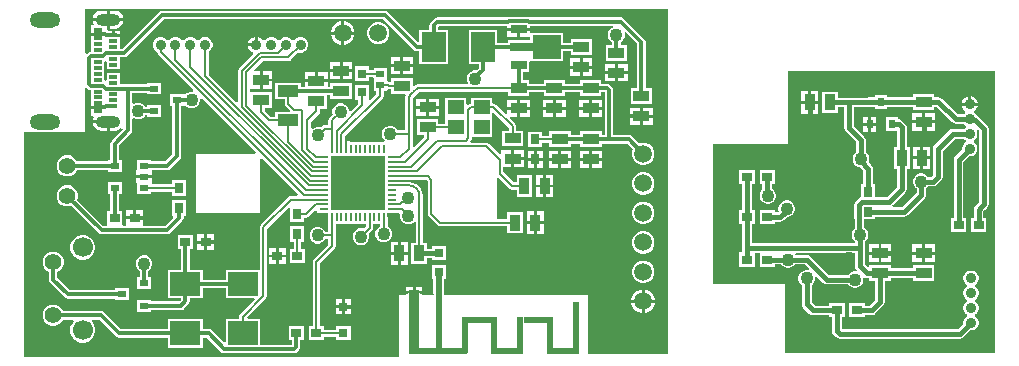
<source format=gtl>
G04*
G04 #@! TF.GenerationSoftware,Altium Limited,Altium Designer,23.8.1 (32)*
G04*
G04 Layer_Physical_Order=1*
G04 Layer_Color=255*
%FSLAX44Y44*%
%MOMM*%
G71*
G04*
G04 #@! TF.SameCoordinates,7BD4B443-AC8F-467E-A65E-793A9AF9F4B1*
G04*
G04*
G04 #@! TF.FilePolarity,Positive*
G04*
G01*
G75*
%ADD10R,0.8000X0.9000*%
%ADD11R,1.4000X0.9500*%
%ADD12R,0.9500X1.4000*%
%ADD13R,0.9000X0.8000*%
%ADD14R,0.6000X0.8000*%
%ADD15C,0.4000*%
%ADD16C,0.3810*%
%ADD17C,0.2000*%
%ADD18R,0.8000X0.6000*%
%ADD19R,0.9000X0.5000*%
%ADD20R,0.5000X0.5000*%
%ADD21R,0.8000X0.8000*%
%ADD22R,0.8000X0.2000*%
%ADD23R,0.2000X0.8000*%
%ADD24R,4.6000X4.6000*%
%ADD25R,2.5000X2.0000*%
%ADD26R,0.7000X0.6000*%
%ADD27R,1.4000X0.8000*%
%ADD28R,2.0000X0.8000*%
%ADD29R,2.4000X2.0000*%
%ADD30R,2.0000X2.5000*%
%ADD31R,1.8000X1.0000*%
%ADD32R,1.4000X1.2000*%
%ADD33R,0.7000X1.0000*%
%ADD34R,0.7000X0.3000*%
%ADD35C,0.3000*%
%ADD36C,0.6000*%
%ADD37C,0.5000*%
%ADD38R,0.5000X2.7692*%
%ADD39R,2.1583X0.5000*%
%ADD40R,2.3761X0.5000*%
%ADD41R,2.7000X0.5000*%
%ADD42R,5.0000X0.5000*%
%ADD43R,0.5000X4.2606*%
%ADD44R,0.5000X2.7180*%
%ADD45R,0.5000X2.7455*%
%ADD46R,0.5000X3.1400*%
%ADD47R,0.5000X4.6045*%
%ADD48R,0.9000X4.9087*%
%ADD49C,0.9000*%
%ADD50C,1.1000*%
%ADD51C,1.5000*%
%ADD52C,1.4000*%
%ADD53C,1.7000*%
%ADD54O,2.6000X1.3000*%
%ADD55O,2.1000X1.0000*%
%ADD56C,0.7000*%
G36*
X492500Y625000D02*
X425000D01*
Y675000D01*
X303029D01*
Y676492D01*
X303117Y676935D01*
Y688500D01*
X304500D01*
Y700500D01*
X292500D01*
Y688500D01*
X293941D01*
Y676935D01*
X294029Y676492D01*
Y675000D01*
X284530D01*
Y675705D01*
X283702D01*
X283557Y676054D01*
X282026Y676688D01*
X277530D01*
X273026D01*
X271495Y676054D01*
X271350Y675705D01*
X270530D01*
Y675000D01*
X265000D01*
Y622500D01*
X-52500D01*
Y813000D01*
X-1000D01*
Y850089D01*
X500Y850711D01*
X1234Y849977D01*
X2392Y849203D01*
X3757Y848931D01*
X4200D01*
Y841500D01*
X3700D01*
Y835250D01*
X9700D01*
Y832750D01*
X3700D01*
Y826500D01*
X5629D01*
X6336Y825177D01*
X6035Y824726D01*
X5702Y823050D01*
X18600D01*
Y821800D01*
X19850D01*
Y814153D01*
X24100D01*
X27026Y814735D01*
X29312Y816262D01*
X30273Y816114D01*
X30958Y815864D01*
X31030Y815577D01*
X21477Y806023D01*
X20703Y804866D01*
X20431Y803500D01*
Y789750D01*
X18000D01*
Y788319D01*
X-7737D01*
X-8370Y789848D01*
X-10902Y792380D01*
X-14210Y793750D01*
X-17790D01*
X-21098Y792380D01*
X-23630Y789848D01*
X-25000Y786540D01*
Y782960D01*
X-23630Y779652D01*
X-21098Y777120D01*
X-17790Y775750D01*
X-14210D01*
X-10902Y777120D01*
X-8370Y779652D01*
X-7737Y781181D01*
X18000D01*
Y779750D01*
X30000D01*
Y789750D01*
X27569D01*
Y802022D01*
X37773Y812227D01*
X38547Y813384D01*
X38819Y814750D01*
Y824072D01*
X40319Y824845D01*
X42358Y824000D01*
X45142D01*
X47715Y825066D01*
X49684Y827035D01*
X49849Y827431D01*
X51500D01*
Y826000D01*
X63500D01*
Y836000D01*
X51500D01*
Y834569D01*
X49849D01*
X49684Y834965D01*
X47715Y836934D01*
X45142Y838000D01*
X42358D01*
X40319Y837155D01*
X38819Y837928D01*
Y846431D01*
X51500D01*
Y845000D01*
X63500D01*
Y855000D01*
X51500D01*
Y853569D01*
X28200D01*
Y863500D01*
X17200D01*
Y857575D01*
X17187Y857554D01*
X15700Y856710D01*
X15438Y856857D01*
X15200Y857180D01*
Y864000D01*
Y872820D01*
X15221Y872852D01*
X15700Y873105D01*
X17200Y872200D01*
Y866500D01*
X28200D01*
Y876431D01*
X32000D01*
X33366Y876703D01*
X34523Y877477D01*
X65728Y908681D01*
X251272D01*
X277477Y882477D01*
X278634Y881703D01*
X280000Y881431D01*
X282000D01*
Y870500D01*
X306000D01*
Y899500D01*
X297569D01*
Y902022D01*
X298728Y903181D01*
X356500D01*
Y901500D01*
X366000D01*
X375500D01*
Y903181D01*
X445686D01*
X445985Y901681D01*
X444785Y901184D01*
X442816Y899215D01*
X441750Y896642D01*
Y893858D01*
X442816Y891285D01*
X444785Y889316D01*
X445181Y889151D01*
Y887250D01*
X439750D01*
Y873750D01*
X457750D01*
Y887250D01*
X452319D01*
Y889151D01*
X452715Y889316D01*
X454684Y891285D01*
X455750Y893858D01*
Y896642D01*
X455616Y896966D01*
X456888Y897816D01*
X466431Y888272D01*
Y850250D01*
X461000D01*
Y836750D01*
X479000D01*
Y850250D01*
X473568D01*
Y889750D01*
X473297Y891116D01*
X472523Y892273D01*
X455523Y909273D01*
X454366Y910047D01*
X453000Y910319D01*
X375950D01*
X375608Y910547D01*
X374243Y910819D01*
X357757D01*
X356392Y910547D01*
X356050Y910319D01*
X297250D01*
X295884Y910047D01*
X294727Y909273D01*
X291477Y906023D01*
X290703Y904866D01*
X290431Y903500D01*
Y899500D01*
X282000D01*
Y890168D01*
X280500Y889547D01*
X255273Y914773D01*
X254116Y915547D01*
X252750Y915819D01*
X64250D01*
X62884Y915547D01*
X61727Y914773D01*
X30522Y883569D01*
X28200D01*
Y891000D01*
X28700D01*
Y893750D01*
X22700D01*
Y895000D01*
X21450D01*
Y899000D01*
X18266D01*
X17286Y900500D01*
X17309Y900553D01*
X17350D01*
Y906950D01*
X5702D01*
X6035Y905274D01*
X6336Y904823D01*
X5629Y903500D01*
X3700D01*
Y897250D01*
X9700D01*
Y894750D01*
X3700D01*
Y888500D01*
X4200D01*
Y881069D01*
X3787D01*
X2422Y880797D01*
X1264Y880023D01*
X500Y879259D01*
X-1000Y879881D01*
Y917500D01*
X492500D01*
Y625000D01*
D02*
G37*
G36*
X769392Y625858D02*
X591500D01*
Y684250D01*
X530608D01*
Y803250D01*
X594000D01*
Y864642D01*
X769392D01*
Y625858D01*
D02*
G37*
%LPC*%
G36*
X24100Y915847D02*
X19850D01*
Y909450D01*
X31498D01*
X31165Y911126D01*
X29507Y913607D01*
X27026Y915265D01*
X24100Y915847D01*
D02*
G37*
G36*
X17350D02*
X13100D01*
X10174Y915265D01*
X7693Y913607D01*
X6035Y911126D01*
X5702Y909450D01*
X17350D01*
Y915847D01*
D02*
G37*
G36*
X31498Y906950D02*
X19850D01*
Y900553D01*
X24100D01*
X27026Y901135D01*
X29507Y902793D01*
X31165Y905274D01*
X31498Y906950D01*
D02*
G37*
G36*
X218989Y907000D02*
X218250D01*
Y898250D01*
X227000D01*
Y898989D01*
X225478Y902664D01*
X222665Y905478D01*
X218989Y907000D01*
D02*
G37*
G36*
X215750D02*
X215011D01*
X211335Y905478D01*
X208522Y902664D01*
X207000Y898989D01*
Y898250D01*
X215750D01*
Y907000D01*
D02*
G37*
G36*
X23950Y899000D02*
Y896250D01*
X28700D01*
Y899000D01*
X23950D01*
D02*
G37*
G36*
X364750Y899000D02*
X356500D01*
Y893750D01*
X364750D01*
Y899000D01*
D02*
G37*
G36*
X142750Y894000D02*
X142608D01*
X140035Y892934D01*
X138066Y890965D01*
X137000Y888392D01*
Y888250D01*
X142750D01*
Y894000D01*
D02*
G37*
G36*
X248890Y906500D02*
X245110D01*
X241619Y905054D01*
X238946Y902381D01*
X237500Y898890D01*
Y895110D01*
X238946Y891619D01*
X241619Y888946D01*
X245110Y887500D01*
X248890D01*
X252381Y888946D01*
X255054Y891619D01*
X256500Y895110D01*
Y898890D01*
X255054Y902381D01*
X252381Y905054D01*
X248890Y906500D01*
D02*
G37*
G36*
X227000Y895750D02*
X218250D01*
Y887000D01*
X218989D01*
X222665Y888522D01*
X225478Y891336D01*
X227000Y895011D01*
Y895750D01*
D02*
G37*
G36*
X215750D02*
X207000D01*
Y895011D01*
X208522Y891336D01*
X211335Y888522D01*
X215011Y887000D01*
X215750D01*
Y895750D01*
D02*
G37*
G36*
X348000Y899500D02*
X324000D01*
Y870500D01*
X332431D01*
Y867376D01*
X330556Y865500D01*
X328108D01*
X325535Y864434D01*
X323566Y862465D01*
X322500Y859892D01*
Y857108D01*
X323349Y855059D01*
X322582Y853559D01*
X280500D01*
X280500Y853559D01*
X279329Y853326D01*
X278337Y852663D01*
X277636Y851962D01*
X276250Y852536D01*
Y859250D01*
X258250D01*
Y856824D01*
X258091Y856585D01*
X256750Y855709D01*
X256250Y855809D01*
X256250Y855809D01*
X255311D01*
X254250Y856869D01*
Y857750D01*
X254250Y859250D01*
Y867750D01*
X243250D01*
Y865809D01*
X239250D01*
Y868750D01*
X227250D01*
Y856750D01*
X239250D01*
Y859691D01*
X242189D01*
X243250Y858631D01*
Y857750D01*
X243250Y856250D01*
Y847750D01*
X245691D01*
Y845267D01*
X240450Y840026D01*
X239250Y840947D01*
Y852750D01*
X227250D01*
Y840750D01*
X230191D01*
Y837017D01*
X223750Y830576D01*
X222250Y831197D01*
Y831892D01*
X221184Y834465D01*
X219215Y836434D01*
X216642Y837500D01*
X213858D01*
X211285Y836434D01*
X209316Y834465D01*
X208250Y831892D01*
Y829108D01*
X208625Y828201D01*
X205837Y825413D01*
X205174Y824420D01*
X204941Y823250D01*
X204941Y823250D01*
Y819059D01*
X201750D01*
X201750Y819059D01*
X200579Y818826D01*
X199587Y818163D01*
X199587Y818163D01*
X198799Y817375D01*
X197892Y817750D01*
X195108D01*
X192535Y816684D01*
X191559Y815708D01*
X190059Y816330D01*
Y821733D01*
X196913Y828587D01*
X197576Y829579D01*
X197809Y830750D01*
X197809Y830750D01*
Y832750D01*
X203750D01*
Y844431D01*
X206750D01*
Y841250D01*
X224750D01*
Y854750D01*
X206750D01*
Y851569D01*
X204250D01*
Y855250D01*
X194750D01*
X185250D01*
Y851569D01*
X182000D01*
Y855000D01*
X160000D01*
Y841000D01*
X167941D01*
Y837000D01*
X167941Y837000D01*
X168174Y835829D01*
X168837Y834837D01*
X172288Y831386D01*
X171714Y830000D01*
X160000D01*
Y826059D01*
X156267D01*
X151059Y831267D01*
Y833500D01*
X157000D01*
Y847000D01*
X139000D01*
X138559Y848317D01*
Y850000D01*
X146750D01*
Y857250D01*
Y864500D01*
X142536D01*
X141961Y865886D01*
X149517Y873441D01*
X171000D01*
X171000Y873441D01*
X172171Y873674D01*
X173163Y874337D01*
X179584Y880758D01*
X180207Y880500D01*
X182793D01*
X185182Y881490D01*
X187010Y883318D01*
X188000Y885707D01*
Y888293D01*
X187010Y890682D01*
X185182Y892510D01*
X182793Y893500D01*
X180207D01*
X177818Y892510D01*
X176092Y890784D01*
X175250Y890730D01*
X174408Y890784D01*
X172682Y892510D01*
X170293Y893500D01*
X167707D01*
X165318Y892510D01*
X163592Y890784D01*
X162750Y890730D01*
X161908Y890784D01*
X160182Y892510D01*
X157793Y893500D01*
X155207D01*
X152818Y892510D01*
X151474Y891167D01*
X150245Y891006D01*
X149624Y891276D01*
X147965Y892934D01*
X145392Y894000D01*
X145250D01*
Y887000D01*
X144000D01*
Y885750D01*
X137000D01*
Y885608D01*
X138066Y883035D01*
X140035Y881066D01*
X141266Y880556D01*
X141559Y879084D01*
X129337Y866863D01*
X128674Y865870D01*
X128441Y864700D01*
X128441Y864700D01*
Y838995D01*
X127055Y838421D01*
X103559Y861918D01*
Y881232D01*
X104182Y881490D01*
X106010Y883318D01*
X107000Y885707D01*
Y888293D01*
X106010Y890682D01*
X104182Y892510D01*
X101793Y893500D01*
X99207D01*
X96818Y892510D01*
X95092Y890784D01*
X94250Y890730D01*
X93408Y890784D01*
X91682Y892510D01*
X89293Y893500D01*
X86707D01*
X84318Y892510D01*
X82592Y890784D01*
X81750Y890730D01*
X80908Y890784D01*
X79182Y892510D01*
X76793Y893500D01*
X74207D01*
X71818Y892510D01*
X70092Y890784D01*
X69250Y890730D01*
X68408Y890784D01*
X66682Y892510D01*
X64293Y893500D01*
X61707D01*
X59318Y892510D01*
X57490Y890682D01*
X56500Y888293D01*
Y885707D01*
X57490Y883318D01*
X59318Y881490D01*
X60253Y881102D01*
Y880706D01*
X60253Y880705D01*
X60486Y879535D01*
X61149Y878543D01*
X90727Y848965D01*
X90070Y847500D01*
X87858D01*
X85285Y846434D01*
X84000Y845150D01*
X82500Y845500D01*
X82500Y845500D01*
X70500D01*
Y835500D01*
X72931D01*
Y794478D01*
X66772Y788319D01*
X55000D01*
Y789750D01*
X43000D01*
Y780750D01*
X42500D01*
Y776500D01*
X49000D01*
X55500D01*
Y780750D01*
X56821Y781181D01*
X68250D01*
X69616Y781453D01*
X70773Y782227D01*
X79023Y790477D01*
X79797Y791634D01*
X80069Y793000D01*
Y835500D01*
X82500D01*
Y835500D01*
X84000Y835851D01*
X85285Y834566D01*
X87858Y833500D01*
X90642D01*
X93215Y834566D01*
X95184Y836535D01*
X96250Y839108D01*
Y841320D01*
X97715Y841977D01*
X143306Y796386D01*
X142732Y795000D01*
X92500D01*
Y745000D01*
X147500D01*
Y790232D01*
X148886Y790806D01*
X179247Y760445D01*
X178673Y759059D01*
X173036D01*
X173036Y759059D01*
X171865Y758826D01*
X170873Y758163D01*
X170872Y758163D01*
X147587Y734877D01*
X146924Y733885D01*
X146691Y732714D01*
X146691Y732714D01*
Y696750D01*
X118000D01*
Y688319D01*
X98500D01*
Y696750D01*
X87569D01*
Y714000D01*
X90500D01*
Y726000D01*
X77500D01*
Y714000D01*
X80431D01*
Y696750D01*
X69500D01*
Y672750D01*
X80431D01*
Y671228D01*
X79022Y669818D01*
X55000D01*
Y671250D01*
X43000D01*
Y661250D01*
X55000D01*
Y662681D01*
X80500D01*
X81866Y662953D01*
X83023Y663727D01*
X86523Y667227D01*
X87297Y668384D01*
X87569Y669750D01*
Y672750D01*
X98500D01*
Y681181D01*
X118000D01*
Y672750D01*
X141964D01*
X142538Y671364D01*
X130337Y659163D01*
X129674Y658170D01*
X129441Y657000D01*
X129441Y657000D01*
Y654750D01*
X118000D01*
Y635418D01*
X116500Y634797D01*
X106023Y645273D01*
X104866Y646047D01*
X103500Y646319D01*
X98500D01*
Y654750D01*
X69500D01*
Y646319D01*
X28978D01*
X14773Y660523D01*
X13616Y661297D01*
X12250Y661569D01*
X-19737D01*
X-20370Y663098D01*
X-22902Y665630D01*
X-26210Y667000D01*
X-29790D01*
X-33098Y665630D01*
X-35630Y663098D01*
X-37000Y659790D01*
Y656210D01*
X-35630Y652902D01*
X-33098Y650370D01*
X-29790Y649000D01*
X-26210D01*
X-22902Y650370D01*
X-20370Y652902D01*
X-19737Y654431D01*
X-11039D01*
X-10418Y652931D01*
X-11402Y651947D01*
X-12784Y649553D01*
X-13500Y646882D01*
Y644118D01*
X-12784Y641447D01*
X-11402Y639053D01*
X-9447Y637098D01*
X-7053Y635716D01*
X-4382Y635000D01*
X-1618D01*
X1053Y635716D01*
X3447Y637098D01*
X5402Y639053D01*
X6784Y641447D01*
X7500Y644118D01*
Y646882D01*
X6784Y649553D01*
X5402Y651947D01*
X4418Y652931D01*
X5039Y654431D01*
X10772D01*
X24977Y640227D01*
X26134Y639453D01*
X27500Y639181D01*
X69500D01*
Y630750D01*
X98500D01*
Y639181D01*
X102022D01*
X113977Y627227D01*
X115134Y626453D01*
X116500Y626181D01*
X175993D01*
X177358Y626453D01*
X178516Y627227D01*
X180273Y628984D01*
X181047Y630142D01*
X181319Y631507D01*
Y636750D01*
X184250D01*
Y648750D01*
X171250D01*
Y636750D01*
X174181D01*
Y633319D01*
X147000D01*
Y654750D01*
X136697D01*
X136076Y656250D01*
X151913Y672087D01*
X151913Y672087D01*
X152576Y673080D01*
X152809Y674250D01*
X152809Y674250D01*
Y731448D01*
X171250Y749889D01*
X172750Y749268D01*
Y737250D01*
X184750D01*
Y740691D01*
X186250D01*
X186250Y740691D01*
X187421Y740924D01*
X188413Y741587D01*
X193614Y746788D01*
X195000Y746214D01*
Y745000D01*
X204500D01*
Y744500D01*
X205000D01*
Y741295D01*
X204941Y741000D01*
Y728809D01*
X202310D01*
X201934Y729715D01*
X199965Y731684D01*
X197392Y732750D01*
X194608D01*
X192035Y731684D01*
X190066Y729715D01*
X189000Y727142D01*
Y724358D01*
X190066Y721785D01*
X192035Y719816D01*
X194608Y718750D01*
X197392D01*
X199965Y719816D01*
X201934Y721785D01*
X202310Y722691D01*
X204941D01*
Y717767D01*
X192587Y705413D01*
X191924Y704420D01*
X191691Y703250D01*
X191691Y703250D01*
Y648750D01*
X188250D01*
Y636750D01*
X201250D01*
Y639691D01*
X211750D01*
Y636750D01*
X223750D01*
Y648750D01*
X211750D01*
Y645809D01*
X201250D01*
Y648750D01*
X197809D01*
Y701983D01*
X210163Y714337D01*
X210163Y714337D01*
X210826Y715330D01*
X211059Y716500D01*
X211059Y716500D01*
Y725750D01*
Y735000D01*
X236900D01*
X236924Y733500D01*
X234799Y731375D01*
X233892Y731750D01*
X231108D01*
X228535Y730684D01*
X226566Y728715D01*
X225500Y726142D01*
Y723358D01*
X226566Y720785D01*
X228535Y718816D01*
X231108Y717750D01*
X233892D01*
X236465Y718816D01*
X238434Y720785D01*
X239500Y723358D01*
Y726142D01*
X239125Y727049D01*
X242163Y730087D01*
X242826Y731079D01*
X243059Y732250D01*
X243059Y732250D01*
Y735000D01*
X248941D01*
Y733413D01*
X247785Y732934D01*
X245816Y730965D01*
X244750Y728392D01*
Y725608D01*
X245816Y723035D01*
X247785Y721066D01*
X250358Y720000D01*
X253142D01*
X255715Y721066D01*
X257684Y723035D01*
X258750Y725608D01*
Y728392D01*
X257684Y730965D01*
X255715Y732934D01*
X255059Y733206D01*
Y741000D01*
X255000Y741295D01*
Y744500D01*
X255500D01*
Y745000D01*
X258704D01*
X259000Y744941D01*
X264561D01*
X265750Y743892D01*
Y741108D01*
X266816Y738535D01*
X268785Y736566D01*
X271358Y735500D01*
X274142D01*
X276715Y736566D01*
X277441Y737292D01*
X278941Y736671D01*
Y719500D01*
X275250D01*
Y701500D01*
X288750D01*
Y706422D01*
X292500D01*
Y704500D01*
X304500D01*
Y716500D01*
X292500D01*
Y714578D01*
X288750D01*
Y719500D01*
X285059D01*
Y759500D01*
X284826Y760670D01*
X284346Y761388D01*
X284217Y762372D01*
X283109Y765047D01*
X281345Y767345D01*
X279047Y769109D01*
X276371Y770217D01*
X275388Y770346D01*
X274671Y770826D01*
X273500Y771059D01*
X265500D01*
Y772941D01*
X287733D01*
X288941Y771733D01*
Y744000D01*
X288941Y744000D01*
X289174Y742830D01*
X289837Y741837D01*
X297337Y734337D01*
X298330Y733674D01*
X299500Y733441D01*
X356250D01*
Y727500D01*
X369750D01*
Y745500D01*
X356250D01*
Y739559D01*
X347500D01*
Y774053D01*
X349000Y774674D01*
X358337Y765337D01*
X358337Y765337D01*
X359329Y764674D01*
X360500Y764441D01*
X360500Y764441D01*
X364250D01*
Y758500D01*
X377750D01*
Y776500D01*
X364250D01*
Y770559D01*
X361767D01*
X353182Y779143D01*
Y783500D01*
X359750D01*
Y790750D01*
Y798000D01*
X351500D01*
Y794786D01*
X350114Y794212D01*
X340913Y803413D01*
X339921Y804076D01*
X338750Y804309D01*
X338750Y804309D01*
X325844D01*
X325270Y805695D01*
X325663Y806087D01*
X325663Y806087D01*
X326326Y807079D01*
X326559Y808250D01*
Y809250D01*
X343750D01*
Y825250D01*
X343750D01*
Y826250D01*
X343750D01*
Y828964D01*
X345136Y829538D01*
X357941Y816733D01*
Y814500D01*
X352000D01*
Y801000D01*
X370000D01*
Y814500D01*
X364059D01*
Y818000D01*
X364059Y818000D01*
X363826Y819171D01*
X363163Y820163D01*
X358462Y824864D01*
X359036Y826250D01*
X364750D01*
Y832250D01*
X356500D01*
Y828786D01*
X355114Y828212D01*
X346913Y836413D01*
X345920Y837076D01*
X344750Y837309D01*
X343750Y838307D01*
Y842250D01*
X325750D01*
Y838772D01*
X325500Y837309D01*
X324329Y837076D01*
X323337Y836413D01*
X323337Y836413D01*
X323136Y836211D01*
X321750Y836786D01*
Y842250D01*
X303750D01*
Y826250D01*
X303750D01*
Y825250D01*
X303750D01*
Y820309D01*
X298000D01*
Y824000D01*
X280000D01*
Y810500D01*
X285941D01*
Y808267D01*
X277809Y800135D01*
X276309Y800756D01*
Y811500D01*
Y841983D01*
X277341Y843016D01*
X277448Y843087D01*
X278913Y844551D01*
X278913Y844552D01*
X278984Y844659D01*
X281767Y847441D01*
X357000D01*
Y843750D01*
X375000D01*
Y846931D01*
X387250D01*
Y843750D01*
X405250D01*
Y846931D01*
X418000D01*
Y843750D01*
X436000D01*
Y846931D01*
X438931D01*
Y810569D01*
X436250D01*
Y813750D01*
X418250D01*
Y810569D01*
X410000D01*
Y813750D01*
X392000D01*
Y810059D01*
X386250D01*
Y813500D01*
X374250D01*
Y800500D01*
X386250D01*
Y803941D01*
X392000D01*
Y800250D01*
X410000D01*
Y803431D01*
X418250D01*
Y800250D01*
X436250D01*
Y803431D01*
X457772D01*
X462751Y798452D01*
X462000Y796640D01*
Y792860D01*
X463446Y789369D01*
X466119Y786696D01*
X469610Y785250D01*
X473390D01*
X476881Y786696D01*
X479554Y789369D01*
X481000Y792860D01*
Y796640D01*
X479554Y800131D01*
X476881Y802804D01*
X473390Y804250D01*
X469610D01*
X467798Y803499D01*
X461773Y809523D01*
X460616Y810297D01*
X459250Y810569D01*
X446069D01*
Y848500D01*
X445797Y849866D01*
X445023Y851023D01*
X443023Y853023D01*
X441866Y853797D01*
X440500Y854069D01*
X436000D01*
Y857250D01*
X418000D01*
Y854069D01*
X405250D01*
Y857250D01*
X387250D01*
Y854069D01*
X375000D01*
Y857250D01*
X369569D01*
Y864250D01*
X375000D01*
Y872164D01*
X376000Y873250D01*
X404000D01*
Y881681D01*
X410000D01*
Y878500D01*
X428000D01*
Y892000D01*
X410000D01*
Y888819D01*
X404000D01*
Y897250D01*
X377000D01*
X376000Y897250D01*
X375500Y898543D01*
Y899000D01*
X367250D01*
Y893750D01*
X374500D01*
X375500Y893750D01*
X376000Y892457D01*
Y891000D01*
X357000D01*
Y888569D01*
X348000D01*
Y899500D01*
D02*
G37*
G36*
X276750Y876750D02*
X268500D01*
Y870750D01*
X276750D01*
Y876750D01*
D02*
G37*
G36*
X266000D02*
X257750D01*
Y870750D01*
X266000D01*
Y876750D01*
D02*
G37*
G36*
X428500Y875500D02*
X420250D01*
Y869500D01*
X428500D01*
Y875500D01*
D02*
G37*
G36*
X417750D02*
X409500D01*
Y869500D01*
X417750D01*
Y875500D01*
D02*
G37*
G36*
X225250Y872250D02*
X217000D01*
Y866250D01*
X225250D01*
Y872250D01*
D02*
G37*
G36*
X214500D02*
X206250D01*
Y866250D01*
X214500D01*
Y872250D01*
D02*
G37*
G36*
X458250Y870750D02*
X450000D01*
Y864750D01*
X458250D01*
Y870750D01*
D02*
G37*
G36*
X447500D02*
X439250D01*
Y864750D01*
X447500D01*
Y870750D01*
D02*
G37*
G36*
X276750Y868250D02*
X268500D01*
Y862250D01*
X276750D01*
Y868250D01*
D02*
G37*
G36*
X266000D02*
X257750D01*
Y862250D01*
X266000D01*
Y868250D01*
D02*
G37*
G36*
X428500Y867000D02*
X420250D01*
Y861000D01*
X428500D01*
Y867000D01*
D02*
G37*
G36*
X417750D02*
X409500D01*
Y861000D01*
X417750D01*
Y867000D01*
D02*
G37*
G36*
X157500Y864500D02*
X149250D01*
Y858500D01*
X157500D01*
Y864500D01*
D02*
G37*
G36*
X225250Y863750D02*
X217000D01*
Y857750D01*
X225250D01*
Y863750D01*
D02*
G37*
G36*
X214500D02*
X206250D01*
Y857750D01*
X214500D01*
Y863750D01*
D02*
G37*
G36*
X204250Y863750D02*
X196000D01*
Y857750D01*
X204250D01*
Y863750D01*
D02*
G37*
G36*
X193500D02*
X185250D01*
Y857750D01*
X193500D01*
Y863750D01*
D02*
G37*
G36*
X458250Y862250D02*
X450000D01*
Y856250D01*
X458250D01*
Y862250D01*
D02*
G37*
G36*
X447500D02*
X439250D01*
Y856250D01*
X447500D01*
Y862250D01*
D02*
G37*
G36*
X157500Y856000D02*
X149250D01*
Y850000D01*
X157500D01*
Y856000D01*
D02*
G37*
G36*
X298500Y841500D02*
X290250D01*
Y835500D01*
X298500D01*
Y841500D01*
D02*
G37*
G36*
X287750D02*
X279500D01*
Y835500D01*
X287750D01*
Y841500D01*
D02*
G37*
G36*
X405750Y840750D02*
X397500D01*
Y834750D01*
X405750D01*
Y840750D01*
D02*
G37*
G36*
X395000D02*
X386750D01*
Y834750D01*
X395000D01*
Y840750D01*
D02*
G37*
G36*
X375500D02*
X367250D01*
Y834750D01*
X375500D01*
Y840750D01*
D02*
G37*
G36*
X364750D02*
X356500D01*
Y834750D01*
X364750D01*
Y840750D01*
D02*
G37*
G36*
X436500D02*
X428250D01*
Y834750D01*
X436500D01*
Y840750D01*
D02*
G37*
G36*
X425750D02*
X417500D01*
Y834750D01*
X425750D01*
Y840750D01*
D02*
G37*
G36*
X479500Y833750D02*
X471250D01*
Y827750D01*
X479500D01*
Y833750D01*
D02*
G37*
G36*
X468750D02*
X460500D01*
Y827750D01*
X468750D01*
Y833750D01*
D02*
G37*
G36*
X298500Y833000D02*
X290250D01*
Y827000D01*
X298500D01*
Y833000D01*
D02*
G37*
G36*
X287750D02*
X279500D01*
Y827000D01*
X287750D01*
Y833000D01*
D02*
G37*
G36*
X436500Y832250D02*
X428250D01*
Y826250D01*
X436500D01*
Y832250D01*
D02*
G37*
G36*
X425750D02*
X417500D01*
Y826250D01*
X425750D01*
Y832250D01*
D02*
G37*
G36*
X405750Y832250D02*
X397500D01*
Y826250D01*
X405750D01*
Y832250D01*
D02*
G37*
G36*
X395000D02*
X386750D01*
Y826250D01*
X395000D01*
Y832250D01*
D02*
G37*
G36*
X375500Y832250D02*
X367250D01*
Y826250D01*
X375500D01*
Y832250D01*
D02*
G37*
G36*
X479500Y825250D02*
X471250D01*
Y819250D01*
X479500D01*
Y825250D01*
D02*
G37*
G36*
X468750D02*
X460500D01*
Y819250D01*
X468750D01*
Y825250D01*
D02*
G37*
G36*
X17350Y820550D02*
X5702D01*
X6035Y818874D01*
X7693Y816393D01*
X10174Y814735D01*
X13100Y814153D01*
X17350D01*
Y820550D01*
D02*
G37*
G36*
X370500Y798000D02*
X362250D01*
Y792000D01*
X370500D01*
Y798000D01*
D02*
G37*
G36*
X386750Y797000D02*
X381500D01*
Y791250D01*
X386750D01*
Y797000D01*
D02*
G37*
G36*
X379000D02*
X373750D01*
Y791250D01*
X379000D01*
Y797000D01*
D02*
G37*
G36*
X436750Y797250D02*
X428500D01*
Y791250D01*
X436750D01*
Y797250D01*
D02*
G37*
G36*
X410500D02*
X402250D01*
Y791250D01*
X410500D01*
Y797250D01*
D02*
G37*
G36*
X426000D02*
X417750D01*
Y791250D01*
X426000D01*
Y797250D01*
D02*
G37*
G36*
X399750D02*
X391500D01*
Y791250D01*
X399750D01*
Y797250D01*
D02*
G37*
G36*
X370500Y789500D02*
X362250D01*
Y783500D01*
X370500D01*
Y789500D01*
D02*
G37*
G36*
X386750Y788750D02*
X381500D01*
Y783000D01*
X386750D01*
Y788750D01*
D02*
G37*
G36*
X379000D02*
X373750D01*
Y783000D01*
X379000D01*
Y788750D01*
D02*
G37*
G36*
X436750Y788750D02*
X428500D01*
Y782750D01*
X436750D01*
Y788750D01*
D02*
G37*
G36*
X426000D02*
X417750D01*
Y782750D01*
X426000D01*
Y788750D01*
D02*
G37*
G36*
X410500D02*
X402250D01*
Y782750D01*
X410500D01*
Y788750D01*
D02*
G37*
G36*
X399750D02*
X391500D01*
Y782750D01*
X399750D01*
Y788750D01*
D02*
G37*
G36*
X395250Y777000D02*
X389250D01*
Y768750D01*
X395250D01*
Y777000D01*
D02*
G37*
G36*
X386750D02*
X380750D01*
Y768750D01*
X386750D01*
Y777000D01*
D02*
G37*
G36*
X473390Y779250D02*
X469610D01*
X466119Y777804D01*
X463446Y775131D01*
X462000Y771640D01*
Y767860D01*
X463446Y764369D01*
X466119Y761696D01*
X469610Y760250D01*
X473390D01*
X476881Y761696D01*
X479554Y764369D01*
X481000Y767860D01*
Y771640D01*
X479554Y775131D01*
X476881Y777804D01*
X473390Y779250D01*
D02*
G37*
G36*
X55500Y774000D02*
X49000D01*
X42500D01*
Y769750D01*
X43000D01*
Y760750D01*
X55000D01*
Y762691D01*
X72750D01*
Y759250D01*
X84750D01*
Y772250D01*
X72750D01*
Y768809D01*
X56610D01*
X55500Y769750D01*
Y774000D01*
D02*
G37*
G36*
X395250Y766250D02*
X389250D01*
Y758000D01*
X395250D01*
Y766250D01*
D02*
G37*
G36*
X386750D02*
X380750D01*
Y758000D01*
X386750D01*
Y766250D01*
D02*
G37*
G36*
X48000Y747000D02*
X42250D01*
Y741750D01*
X48000D01*
Y747000D01*
D02*
G37*
G36*
X39750D02*
X34000D01*
Y741750D01*
X39750D01*
Y747000D01*
D02*
G37*
G36*
X387250Y746000D02*
X381250D01*
Y737750D01*
X387250D01*
Y746000D01*
D02*
G37*
G36*
X378750D02*
X372750D01*
Y737750D01*
X378750D01*
Y746000D01*
D02*
G37*
G36*
X473390Y754250D02*
X469610D01*
X466119Y752804D01*
X463446Y750131D01*
X462000Y746640D01*
Y742860D01*
X463446Y739369D01*
X466119Y736696D01*
X469610Y735250D01*
X473390D01*
X476881Y736696D01*
X479554Y739369D01*
X481000Y742860D01*
Y746640D01*
X479554Y750131D01*
X476881Y752804D01*
X473390Y754250D01*
D02*
G37*
G36*
X30000Y770750D02*
X18000D01*
Y760750D01*
X20431D01*
Y746500D01*
X17500D01*
Y735319D01*
X17500Y734500D01*
X16282Y733819D01*
X14478D01*
X-7634Y755930D01*
X-7000Y757460D01*
Y761040D01*
X-8370Y764348D01*
X-10902Y766880D01*
X-14210Y768250D01*
X-17790D01*
X-21098Y766880D01*
X-23630Y764348D01*
X-25000Y761040D01*
Y757460D01*
X-23630Y754152D01*
X-21098Y751620D01*
X-17790Y750250D01*
X-14210D01*
X-12680Y750883D01*
X10477Y727727D01*
X11634Y726953D01*
X13000Y726681D01*
X68250D01*
X69616Y726953D01*
X70773Y727727D01*
X81273Y738227D01*
X82047Y739384D01*
X82319Y740750D01*
Y742250D01*
X84750D01*
Y755250D01*
X72750D01*
Y742250D01*
X73082D01*
X73703Y740750D01*
X66772Y733819D01*
X49425D01*
X48000Y734000D01*
X48000Y735319D01*
Y739250D01*
X34000D01*
X34000Y734000D01*
X32575Y733819D01*
X31718D01*
X30500Y734500D01*
X30500Y735319D01*
Y746500D01*
X27569D01*
Y760750D01*
X30000D01*
Y770750D01*
D02*
G37*
G36*
X387250Y735250D02*
X381250D01*
Y727000D01*
X387250D01*
Y735250D01*
D02*
G37*
G36*
X378750D02*
X372750D01*
Y727000D01*
X378750D01*
Y735250D01*
D02*
G37*
G36*
X108000Y726500D02*
X102250D01*
Y721250D01*
X108000D01*
Y726500D01*
D02*
G37*
G36*
X99750D02*
X94000D01*
Y721250D01*
X99750D01*
Y726500D01*
D02*
G37*
G36*
X108000Y718750D02*
X102250D01*
Y713500D01*
X108000D01*
Y718750D01*
D02*
G37*
G36*
X99750D02*
X94000D01*
Y713500D01*
X99750D01*
Y718750D01*
D02*
G37*
G36*
X272250Y720000D02*
X266250D01*
Y711750D01*
X272250D01*
Y720000D01*
D02*
G37*
G36*
X263750D02*
X257750D01*
Y711750D01*
X263750D01*
Y720000D01*
D02*
G37*
G36*
X473390Y729250D02*
X469610D01*
X466119Y727804D01*
X463446Y725131D01*
X462000Y721640D01*
Y717860D01*
X463446Y714369D01*
X466119Y711696D01*
X469610Y710250D01*
X473390D01*
X476881Y711696D01*
X479554Y714369D01*
X481000Y717860D01*
Y721640D01*
X479554Y725131D01*
X476881Y727804D01*
X473390Y729250D01*
D02*
G37*
G36*
X168750Y714750D02*
X163000D01*
Y709500D01*
X168750D01*
Y714750D01*
D02*
G37*
G36*
X160500D02*
X154750D01*
Y709500D01*
X160500D01*
Y714750D01*
D02*
G37*
G36*
X-1618Y726000D02*
X-4382D01*
X-7053Y725284D01*
X-9447Y723902D01*
X-11402Y721947D01*
X-12784Y719553D01*
X-13500Y716882D01*
Y714118D01*
X-12784Y711447D01*
X-11402Y709053D01*
X-9447Y707098D01*
X-7053Y705716D01*
X-4382Y705000D01*
X-1618D01*
X1053Y705716D01*
X3447Y707098D01*
X5402Y709053D01*
X6784Y711447D01*
X7500Y714118D01*
Y716882D01*
X6784Y719553D01*
X5402Y721947D01*
X3447Y723902D01*
X1053Y725284D01*
X-1618Y726000D01*
D02*
G37*
G36*
X184750Y733250D02*
X172750D01*
Y720250D01*
X175691D01*
Y714250D01*
X172250D01*
Y702250D01*
X185250D01*
Y714250D01*
X181809D01*
Y720250D01*
X184750D01*
Y733250D01*
D02*
G37*
G36*
X168750Y707000D02*
X163000D01*
Y701750D01*
X168750D01*
Y707000D01*
D02*
G37*
G36*
X160500D02*
X154750D01*
Y701750D01*
X160500D01*
Y707000D01*
D02*
G37*
G36*
X272250Y709250D02*
X266250D01*
Y701000D01*
X272250D01*
Y709250D01*
D02*
G37*
G36*
X263750D02*
X257750D01*
Y701000D01*
X263750D01*
Y709250D01*
D02*
G37*
G36*
X473390Y704250D02*
X469610D01*
X466119Y702804D01*
X463446Y700131D01*
X462000Y696640D01*
Y692860D01*
X463446Y689369D01*
X466119Y686696D01*
X469610Y685250D01*
X473390D01*
X476881Y686696D01*
X479554Y689369D01*
X481000Y692860D01*
Y696640D01*
X479554Y700131D01*
X476881Y702804D01*
X473390Y704250D01*
D02*
G37*
G36*
X50392Y708750D02*
X47608D01*
X45035Y707684D01*
X43066Y705715D01*
X42000Y703142D01*
Y700358D01*
X43066Y697785D01*
X45035Y695816D01*
X45431Y695651D01*
Y690250D01*
X43000D01*
Y680250D01*
X55000D01*
Y690250D01*
X52569D01*
Y695651D01*
X52965Y695816D01*
X54934Y697785D01*
X56000Y700358D01*
Y703142D01*
X54934Y705715D01*
X52965Y707684D01*
X50392Y708750D01*
D02*
G37*
G36*
X284530Y681955D02*
X278780D01*
Y678205D01*
X284530D01*
Y681955D01*
D02*
G37*
G36*
X276280D02*
X270530D01*
Y678205D01*
X276280D01*
Y681955D01*
D02*
G37*
G36*
X473489Y679750D02*
X472750D01*
Y671000D01*
X481500D01*
Y671739D01*
X479978Y675415D01*
X477164Y678228D01*
X473489Y679750D01*
D02*
G37*
G36*
X470250D02*
X469511D01*
X465835Y678228D01*
X463022Y675415D01*
X461500Y671739D01*
Y671000D01*
X470250D01*
Y679750D01*
D02*
G37*
G36*
X-26210Y712000D02*
X-29790D01*
X-33098Y710630D01*
X-35630Y708098D01*
X-37000Y704790D01*
Y701210D01*
X-35630Y697902D01*
X-33098Y695370D01*
X-31569Y694737D01*
Y688250D01*
X-31297Y686884D01*
X-30523Y685727D01*
X-18023Y673227D01*
X-16866Y672453D01*
X-15500Y672181D01*
X24000D01*
Y670750D01*
X36000D01*
Y680750D01*
X24000D01*
Y679319D01*
X-14022D01*
X-24431Y689728D01*
Y694737D01*
X-22902Y695370D01*
X-20370Y697902D01*
X-19000Y701210D01*
Y704790D01*
X-20370Y708098D01*
X-22902Y710630D01*
X-26210Y712000D01*
D02*
G37*
G36*
X224250Y671750D02*
X219000D01*
Y666500D01*
X224250D01*
Y671750D01*
D02*
G37*
G36*
X216500D02*
X211250D01*
Y666500D01*
X216500D01*
Y671750D01*
D02*
G37*
G36*
X481500Y668500D02*
X472750D01*
Y659750D01*
X473489D01*
X477164Y661272D01*
X479978Y664085D01*
X481500Y667761D01*
Y668500D01*
D02*
G37*
G36*
X470250D02*
X461500D01*
Y667761D01*
X463022Y664085D01*
X465835Y661272D01*
X469511Y659750D01*
X470250D01*
Y668500D01*
D02*
G37*
G36*
X224250Y664000D02*
X219000D01*
Y658750D01*
X224250D01*
Y664000D01*
D02*
G37*
G36*
X216500D02*
X211250D01*
Y658750D01*
X216500D01*
Y664000D01*
D02*
G37*
%LPD*%
G36*
X256500Y849441D02*
X256500Y849441D01*
X258250D01*
Y845750D01*
X269508D01*
X270300Y844601D01*
X270390Y844250D01*
X270191Y843250D01*
X270191Y843250D01*
Y814559D01*
X263810D01*
X263434Y815465D01*
X261465Y817434D01*
X258892Y818500D01*
X256108D01*
X253535Y817434D01*
X251566Y815465D01*
X250500Y812892D01*
Y810108D01*
X251566Y807535D01*
X252600Y806500D01*
X251979Y805000D01*
X223500D01*
Y805500D01*
X219059D01*
Y809983D01*
X250913Y841837D01*
X250913Y841837D01*
X251576Y842830D01*
X251809Y844000D01*
X251809Y844000D01*
Y847750D01*
X254250D01*
Y848729D01*
X255750Y849590D01*
X256500Y849441D01*
D02*
G37*
%LPC*%
G36*
X619750Y847750D02*
X613750D01*
Y839500D01*
X619750D01*
Y847750D01*
D02*
G37*
G36*
X611250D02*
X605250D01*
Y839500D01*
X611250D01*
Y847750D01*
D02*
G37*
G36*
X749250Y843662D02*
Y838000D01*
X754912D01*
X754523Y839452D01*
X753601Y841048D01*
X752298Y842351D01*
X750702Y843273D01*
X749250Y843662D01*
D02*
G37*
G36*
X746750D02*
X745298Y843273D01*
X743702Y842351D01*
X742399Y841048D01*
X741477Y839452D01*
X741088Y838000D01*
X746750D01*
Y843662D01*
D02*
G37*
G36*
X619750Y837000D02*
X613750D01*
Y828750D01*
X619750D01*
Y837000D01*
D02*
G37*
G36*
X611250D02*
X605250D01*
Y828750D01*
X611250D01*
Y837000D01*
D02*
G37*
G36*
X583000Y781250D02*
X570000D01*
Y769250D01*
X572519D01*
Y764668D01*
X571399Y763548D01*
X570477Y761952D01*
X570000Y760172D01*
Y758328D01*
X570477Y756548D01*
X571399Y754952D01*
X572702Y753649D01*
X574298Y752727D01*
X576078Y752250D01*
X577922D01*
X579702Y752727D01*
X581298Y753649D01*
X582601Y754952D01*
X583523Y756548D01*
X584000Y758328D01*
Y760172D01*
X583523Y761952D01*
X582601Y763548D01*
X581298Y764851D01*
X580481Y765323D01*
Y769250D01*
X583000D01*
Y781250D01*
D02*
G37*
G36*
X593922Y755250D02*
X592078D01*
X590298Y754773D01*
X588702Y753851D01*
X587399Y752548D01*
X586477Y750952D01*
X586000Y749172D01*
Y747328D01*
X586234Y746454D01*
X585257Y745231D01*
X583000D01*
Y747250D01*
X570000D01*
Y735250D01*
X583000D01*
Y737269D01*
X587768D01*
X589292Y737571D01*
X590583Y738435D01*
X593399Y741250D01*
X593922D01*
X595702Y741727D01*
X597298Y742649D01*
X598601Y743952D01*
X599523Y745548D01*
X600000Y747328D01*
Y749172D01*
X599523Y750952D01*
X598601Y752548D01*
X597298Y753851D01*
X595702Y754773D01*
X593922Y755250D01*
D02*
G37*
G36*
X636250Y847250D02*
X622750D01*
Y829250D01*
X636250D01*
Y834268D01*
X641768D01*
Y816500D01*
X642072Y814976D01*
X642935Y813685D01*
X652019Y804601D01*
Y796034D01*
X651702Y795851D01*
X650399Y794548D01*
X649477Y792952D01*
X649000Y791171D01*
Y789328D01*
X649477Y787548D01*
X650399Y785952D01*
X651702Y784649D01*
X653298Y783727D01*
X655078Y783250D01*
X655424D01*
X658018Y780655D01*
Y769250D01*
X656000D01*
Y758119D01*
X655490Y758018D01*
X654166Y757134D01*
X654166Y757134D01*
X651616Y754584D01*
X650732Y753260D01*
X650422Y751700D01*
X650422Y751700D01*
Y739800D01*
X650422Y739800D01*
X650472Y739548D01*
Y731621D01*
X649399Y730548D01*
X648477Y728952D01*
X648000Y727171D01*
Y725328D01*
X648477Y723548D01*
X649399Y721952D01*
X650702Y720648D01*
X650922Y720522D01*
Y719328D01*
X563578D01*
Y735250D01*
X566000D01*
Y747250D01*
X563578D01*
Y769250D01*
X566000D01*
Y781250D01*
X553000D01*
Y769250D01*
X555422D01*
Y747250D01*
X553000D01*
Y735250D01*
X555422D01*
Y715250D01*
Y711250D01*
X553000D01*
Y699250D01*
X566000D01*
Y711172D01*
X570000D01*
Y699250D01*
X583000D01*
Y701172D01*
X588272D01*
X588399Y700952D01*
X589702Y699649D01*
X591298Y698727D01*
X593078Y698250D01*
X594921D01*
X596702Y698727D01*
X598298Y699649D01*
X599601Y700952D01*
X599728Y701172D01*
X608311D01*
X612282Y697200D01*
X611625Y696061D01*
X610922Y696250D01*
X609078D01*
X607298Y695773D01*
X605702Y694851D01*
X604399Y693548D01*
X603477Y691952D01*
X603000Y690172D01*
Y688328D01*
X603477Y686548D01*
X604399Y684952D01*
X605702Y683649D01*
X605922Y683522D01*
Y667250D01*
X605922Y667250D01*
X606232Y665689D01*
X607116Y664366D01*
X612116Y659366D01*
X612116Y659366D01*
X613439Y658482D01*
X615000Y658172D01*
X615000Y658172D01*
X629000D01*
Y656250D01*
X631422D01*
Y644482D01*
X631422Y644482D01*
X631732Y642921D01*
X632616Y641598D01*
X634848Y639366D01*
X636171Y638482D01*
X637732Y638172D01*
X739500D01*
X739500Y638172D01*
X741061Y638482D01*
X742384Y639366D01*
X748268Y645250D01*
X749856D01*
X751509Y645693D01*
X752991Y646549D01*
X754201Y647759D01*
X755057Y649241D01*
X755500Y650894D01*
Y652606D01*
X755057Y654259D01*
X754201Y655741D01*
X752991Y656951D01*
X752445Y657267D01*
Y658733D01*
X752991Y659049D01*
X754201Y660259D01*
X755057Y661741D01*
X755500Y663394D01*
Y665106D01*
X755057Y666759D01*
X754201Y668241D01*
X752991Y669451D01*
X752445Y669767D01*
Y671233D01*
X752991Y671549D01*
X754201Y672759D01*
X755057Y674241D01*
X755500Y675894D01*
Y677606D01*
X755057Y679259D01*
X754201Y680741D01*
X752991Y681951D01*
X752445Y682267D01*
Y683733D01*
X752991Y684049D01*
X754201Y685259D01*
X755057Y686741D01*
X755500Y688394D01*
Y690106D01*
X755057Y691759D01*
X754201Y693241D01*
X752991Y694451D01*
X751509Y695307D01*
X749856Y695750D01*
X748144D01*
X746491Y695307D01*
X745009Y694451D01*
X743799Y693241D01*
X742943Y691759D01*
X742500Y690106D01*
Y688394D01*
X742943Y686741D01*
X743799Y685259D01*
X745009Y684049D01*
X745555Y683733D01*
Y682267D01*
X745009Y681951D01*
X743799Y680741D01*
X742943Y679259D01*
X742500Y677606D01*
Y675894D01*
X742943Y674241D01*
X743799Y672759D01*
X745009Y671549D01*
X745555Y671233D01*
Y669767D01*
X745009Y669451D01*
X743799Y668241D01*
X742943Y666759D01*
X742500Y665106D01*
Y663394D01*
X742943Y661741D01*
X743799Y660259D01*
X745009Y659049D01*
X745555Y658733D01*
Y657267D01*
X745009Y656951D01*
X743799Y655741D01*
X742943Y654259D01*
X742500Y652606D01*
Y651018D01*
X737811Y646328D01*
X639578D01*
Y656250D01*
X642000D01*
Y668250D01*
X629000D01*
Y666328D01*
X616689D01*
X614078Y668939D01*
Y683522D01*
X614298Y683649D01*
X615601Y684952D01*
X616523Y686548D01*
X617000Y688328D01*
Y690172D01*
X616812Y690875D01*
X617950Y691532D01*
X624116Y685366D01*
X624116Y685366D01*
X625439Y684482D01*
X627000Y684172D01*
X627000Y684172D01*
X645272D01*
X645399Y683952D01*
X646702Y682648D01*
X648298Y681727D01*
X650078Y681250D01*
X651922D01*
X653702Y681727D01*
X655298Y682648D01*
X656601Y683952D01*
X657523Y685548D01*
X658000Y687328D01*
Y689172D01*
X657954Y689342D01*
X659057Y690133D01*
X659282Y689982D01*
X660843Y689672D01*
X663000D01*
Y687000D01*
X667922D01*
Y670939D01*
X663311Y666328D01*
X659000D01*
Y668250D01*
X646000D01*
Y656250D01*
X659000D01*
Y658172D01*
X665000D01*
X665000Y658172D01*
X666561Y658482D01*
X667884Y659366D01*
X674884Y666366D01*
X675768Y667689D01*
X676078Y669250D01*
Y687000D01*
X681000D01*
Y689672D01*
X700000D01*
Y687000D01*
X718000D01*
Y700500D01*
X700000D01*
Y697828D01*
X681000D01*
Y700500D01*
X663000D01*
Y699157D01*
X661730Y698631D01*
X659078Y701282D01*
Y715250D01*
Y720522D01*
X659298Y720648D01*
X660601Y721952D01*
X661523Y723548D01*
X662000Y725328D01*
Y727171D01*
X661523Y728952D01*
X660601Y730548D01*
X659298Y731851D01*
X658629Y732238D01*
Y739250D01*
X668000D01*
Y741672D01*
X692500D01*
X692500Y741672D01*
X694061Y741982D01*
X695384Y742866D01*
X709884Y757366D01*
X710768Y758689D01*
X711078Y760250D01*
X711078Y760250D01*
Y765522D01*
X711298Y765649D01*
X712601Y766952D01*
X712728Y767172D01*
X717000D01*
X717000Y767172D01*
X718561Y767482D01*
X719884Y768366D01*
X723884Y772366D01*
X723884Y772366D01*
X724768Y773689D01*
X725078Y775250D01*
Y797561D01*
X735189Y807672D01*
X742886D01*
X744009Y806549D01*
X744555Y806233D01*
Y804767D01*
X744009Y804451D01*
X742799Y803241D01*
X741943Y801759D01*
X741500Y800106D01*
Y798518D01*
X735616Y792634D01*
X734732Y791311D01*
X734422Y789750D01*
X734422Y789750D01*
Y740250D01*
X732000D01*
Y728250D01*
X745000D01*
Y740250D01*
X742578D01*
Y788061D01*
X747268Y792750D01*
X748856D01*
X750509Y793193D01*
X751991Y794049D01*
X753201Y795259D01*
X754057Y796741D01*
X754500Y798394D01*
Y800106D01*
X754057Y801759D01*
X753201Y803241D01*
X751991Y804451D01*
X751445Y804767D01*
Y806233D01*
X751991Y806549D01*
X753201Y807759D01*
X754057Y809241D01*
X754500Y810894D01*
Y812606D01*
X754057Y814259D01*
X753760Y814773D01*
X754776Y815553D01*
X756019Y814311D01*
Y753631D01*
X755026Y752638D01*
X754917Y752565D01*
X752685Y750333D01*
X751822Y749042D01*
X751518Y747518D01*
Y740250D01*
X749000D01*
Y728250D01*
X762000D01*
Y740250D01*
X759482D01*
Y745869D01*
X760474Y746861D01*
X760583Y746935D01*
X762815Y749166D01*
X763678Y750458D01*
X763981Y751982D01*
Y815960D01*
X763678Y817484D01*
X762815Y818775D01*
X755518Y826072D01*
X754227Y826935D01*
X753920Y826996D01*
X753201Y828241D01*
X751991Y829451D01*
X751945Y829478D01*
Y830945D01*
X752298Y831149D01*
X753601Y832452D01*
X754523Y834048D01*
X754912Y835500D01*
X748000D01*
X741088D01*
X741477Y834048D01*
X742399Y832452D01*
X743702Y831149D01*
X744055Y830945D01*
Y829478D01*
X744009Y829451D01*
X742799Y828241D01*
X742793Y828231D01*
X737649D01*
X724315Y841565D01*
X723024Y842428D01*
X721500Y842731D01*
X718000D01*
Y845500D01*
X700000D01*
Y842731D01*
X678000D01*
Y844750D01*
X668000D01*
Y842731D01*
X662500D01*
X660976Y842428D01*
X660682Y842231D01*
X636250D01*
Y847250D01*
D02*
G37*
G36*
X718500Y718000D02*
X710250D01*
Y712000D01*
X718500D01*
Y718000D01*
D02*
G37*
G36*
X707750D02*
X699500D01*
Y712000D01*
X707750D01*
Y718000D01*
D02*
G37*
G36*
X681500D02*
X673250D01*
Y712000D01*
X681500D01*
Y718000D01*
D02*
G37*
G36*
X670750D02*
X662500D01*
Y712000D01*
X670750D01*
Y718000D01*
D02*
G37*
G36*
X718500Y709500D02*
X710250D01*
Y703500D01*
X718500D01*
Y709500D01*
D02*
G37*
G36*
X707750D02*
X699500D01*
Y703500D01*
X707750D01*
Y709500D01*
D02*
G37*
G36*
X681500Y709500D02*
X673250D01*
Y703500D01*
X681500D01*
Y709500D01*
D02*
G37*
G36*
X670750D02*
X662500D01*
Y703500D01*
X670750D01*
Y709500D01*
D02*
G37*
%LPD*%
G36*
X733185Y821435D02*
X734476Y820572D01*
X736000Y820268D01*
X742793D01*
X742799Y820259D01*
X744009Y819049D01*
X744555Y818733D01*
Y817267D01*
X744009Y816951D01*
X742886Y815828D01*
X733500D01*
X731939Y815518D01*
X730616Y814634D01*
X730616Y814634D01*
X718116Y802134D01*
X717232Y800811D01*
X716922Y799250D01*
X716922Y799250D01*
Y776939D01*
X715311Y775328D01*
X712728D01*
X712601Y775548D01*
X711298Y776851D01*
X709702Y777773D01*
X707922Y778250D01*
X706078D01*
X704298Y777773D01*
X702702Y776851D01*
X701399Y775548D01*
X700477Y773952D01*
X700000Y772171D01*
Y770328D01*
X700477Y768548D01*
X701399Y766952D01*
X702702Y765649D01*
X702922Y765522D01*
Y761939D01*
X690811Y749828D01*
X682868D01*
X682483Y751098D01*
X682884Y751366D01*
X693384Y761866D01*
X693384Y761866D01*
X694268Y763189D01*
X694578Y764750D01*
X694578Y764750D01*
Y782250D01*
X697250D01*
Y800250D01*
X694578D01*
Y817407D01*
X694268Y818968D01*
X693384Y820291D01*
X693384Y820291D01*
X691041Y822634D01*
X689718Y823518D01*
X688157Y823828D01*
X687500Y824801D01*
Y825750D01*
X677500D01*
Y813750D01*
X686422D01*
Y800250D01*
X683750D01*
Y782250D01*
X686422D01*
Y766439D01*
X678311Y758328D01*
X668000D01*
Y769250D01*
X665982D01*
Y782304D01*
X665678Y783828D01*
X664815Y785120D01*
X662473Y787462D01*
X662523Y787548D01*
X663000Y789328D01*
Y791171D01*
X662523Y792952D01*
X661601Y794548D01*
X660298Y795851D01*
X659982Y796034D01*
Y806250D01*
X659678Y807774D01*
X658815Y809065D01*
X649732Y818149D01*
Y834268D01*
X662000D01*
X663524Y834572D01*
X663818Y834769D01*
X668000D01*
Y832750D01*
X678000D01*
Y834769D01*
X700000D01*
Y832000D01*
X718000D01*
Y834769D01*
X719851D01*
X733185Y821435D01*
D02*
G37*
G36*
X650922Y699593D02*
X650922Y699593D01*
X651232Y698032D01*
X652116Y696709D01*
X652385Y696441D01*
X652057Y695597D01*
X651779Y695250D01*
X650078D01*
X648298Y694773D01*
X646702Y693851D01*
X645399Y692548D01*
X645272Y692328D01*
X628689D01*
X612884Y708134D01*
X611561Y709018D01*
X610000Y709328D01*
X610000Y709328D01*
X600334D01*
X599925Y709902D01*
X600579Y711172D01*
X650922D01*
Y699593D01*
D02*
G37*
%LPC*%
G36*
X718500Y829000D02*
X710250D01*
Y823000D01*
X718500D01*
Y829000D01*
D02*
G37*
G36*
X707750D02*
X699500D01*
Y823000D01*
X707750D01*
Y829000D01*
D02*
G37*
G36*
X669000Y826250D02*
X664750D01*
Y821000D01*
X669000D01*
Y826250D01*
D02*
G37*
G36*
X662250D02*
X658000D01*
Y821000D01*
X662250D01*
Y826250D01*
D02*
G37*
G36*
X718500Y820500D02*
X710250D01*
Y814500D01*
X718500D01*
Y820500D01*
D02*
G37*
G36*
X707750D02*
X699500D01*
Y814500D01*
X707750D01*
Y820500D01*
D02*
G37*
G36*
X669000Y818500D02*
X664750D01*
Y813250D01*
X669000D01*
Y818500D01*
D02*
G37*
G36*
X662250D02*
X658000D01*
Y813250D01*
X662250D01*
Y818500D01*
D02*
G37*
G36*
X714750Y800750D02*
X708750D01*
Y792500D01*
X714750D01*
Y800750D01*
D02*
G37*
G36*
X706250D02*
X700250D01*
Y792500D01*
X706250D01*
Y800750D01*
D02*
G37*
G36*
X714750Y790000D02*
X708750D01*
Y781750D01*
X714750D01*
Y790000D01*
D02*
G37*
G36*
X706250D02*
X700250D01*
Y781750D01*
X706250D01*
Y790000D01*
D02*
G37*
%LPD*%
D10*
X662000Y762750D02*
D03*
Y745750D02*
D03*
X380250Y807000D02*
D03*
Y790000D02*
D03*
X178750Y726750D02*
D03*
Y743750D02*
D03*
X78750Y765750D02*
D03*
Y748750D02*
D03*
D11*
X709000Y710750D02*
D03*
Y693750D02*
D03*
X672000Y710750D02*
D03*
Y693750D02*
D03*
X709000Y838750D02*
D03*
Y821750D02*
D03*
X267250Y869500D02*
D03*
Y852500D02*
D03*
X470000Y826500D02*
D03*
Y843500D02*
D03*
X361000Y790750D02*
D03*
Y807750D02*
D03*
X289000Y834250D02*
D03*
Y817250D02*
D03*
X448750Y880500D02*
D03*
Y863500D02*
D03*
X401000Y807000D02*
D03*
Y790000D02*
D03*
X427250Y807000D02*
D03*
Y790000D02*
D03*
X148000Y840250D02*
D03*
Y857250D02*
D03*
X427000Y833500D02*
D03*
Y850500D02*
D03*
X419000Y868250D02*
D03*
Y885250D02*
D03*
X194750Y839500D02*
D03*
Y856500D02*
D03*
X215750Y848000D02*
D03*
Y865000D02*
D03*
X396250Y833500D02*
D03*
Y850500D02*
D03*
X366000Y833500D02*
D03*
Y850500D02*
D03*
D12*
X707500Y791250D02*
D03*
X690500D02*
D03*
X612500Y838250D02*
D03*
X629500D02*
D03*
X265000Y710500D02*
D03*
X282000D02*
D03*
X380000Y736500D02*
D03*
X363000D02*
D03*
X388000Y767500D02*
D03*
X371000D02*
D03*
D13*
X652500Y662250D02*
D03*
X635500D02*
D03*
X559500Y741250D02*
D03*
X576500D02*
D03*
X559500Y705250D02*
D03*
X576500D02*
D03*
X559500Y775250D02*
D03*
X576500D02*
D03*
X755500Y734250D02*
D03*
X738500D02*
D03*
X194750Y642750D02*
D03*
X177750D02*
D03*
X84000Y720000D02*
D03*
X101000D02*
D03*
X41000Y740500D02*
D03*
X24000D02*
D03*
X161750Y708250D02*
D03*
X178750D02*
D03*
D14*
X663500Y819750D02*
D03*
X682500D02*
D03*
X673000Y838750D02*
D03*
D15*
X610000Y667250D02*
Y689250D01*
Y667250D02*
X615000Y662250D01*
X655000Y715250D02*
Y726250D01*
X654550Y726700D02*
X655000Y726250D01*
X654550Y726700D02*
Y739750D01*
X654500Y739800D02*
X654550Y739750D01*
X680000Y754250D02*
X690500Y764750D01*
Y791250D01*
Y817407D01*
X657050Y754250D02*
X680000D01*
X654500Y751700D02*
X657050Y754250D01*
X654500Y739800D02*
Y751700D01*
X707000Y760250D02*
Y771250D01*
X662000Y745750D02*
X692500D01*
X707000Y760250D01*
X559500Y715250D02*
X655000D01*
Y699593D02*
Y715250D01*
Y699593D02*
X660843Y693750D01*
X672000Y710750D02*
X689500D01*
X690000Y711250D01*
X721000Y775250D02*
Y799250D01*
X717000Y771250D02*
X721000Y775250D01*
X707000Y771250D02*
X717000D01*
X682500Y819750D02*
X688157D01*
X690500Y817407D01*
X559500Y705250D02*
Y715250D01*
Y741250D01*
X576500Y705250D02*
X594000D01*
X660843Y693750D02*
X672000D01*
X627000Y688250D02*
X651000D01*
X672000Y669250D02*
Y693750D01*
X594000Y705250D02*
X610000D01*
X627000Y688250D01*
X612500Y818750D02*
X613000Y818250D01*
X612500Y818750D02*
Y838250D01*
X733500Y811750D02*
X748000D01*
X721000Y799250D02*
X733500Y811750D01*
X738500Y789750D02*
X748000Y799250D01*
X738500Y734250D02*
Y789750D01*
X615000Y662250D02*
X635500D01*
X739500Y642250D02*
X749000Y651750D01*
X672000Y693750D02*
X709000D01*
X652500Y662250D02*
X665000D01*
X672000Y669250D01*
X559500Y741250D02*
Y775250D01*
X635500Y644482D02*
Y662250D01*
X637732Y642250D02*
X739500D01*
X635500Y644482D02*
X637732Y642250D01*
X298500Y710250D02*
G03*
X298250Y710500I-250J0D01*
G01*
X282000D02*
X294500D01*
X294500Y710500D01*
X298500D01*
D16*
X755500Y747518D02*
X757732Y749750D01*
X757768D02*
X760000Y751982D01*
Y815960D01*
X757732Y749750D02*
X757768D01*
X755500Y734250D02*
Y747518D01*
X752703Y823257D02*
X760000Y815960D01*
X748000Y824250D02*
X748993Y823257D01*
X752703D01*
X736000Y824250D02*
X748000D01*
X662500Y838750D02*
X673000D01*
X721500D01*
X736000Y824250D01*
X656000Y788304D02*
X662000Y782304D01*
X656000Y788304D02*
Y790250D01*
X662000Y762750D02*
Y782304D01*
X645750Y816500D02*
X656000Y806250D01*
X645750Y816500D02*
Y838250D01*
X662000D01*
X629500D02*
X645750D01*
X656000Y790250D02*
Y806250D01*
X662000Y838250D02*
X662500Y838750D01*
X709000Y807250D02*
Y821750D01*
X576500Y759750D02*
Y775250D01*
Y759750D02*
X577000Y759250D01*
X593000Y746482D02*
Y748250D01*
X587768Y741250D02*
X593000Y746482D01*
X576500Y741250D02*
X587768D01*
D17*
X282000Y759500D02*
G03*
X273500Y768000I-8500J0D01*
G01*
X161500Y692750D02*
G03*
X161750Y692500I250J0D01*
G01*
X161500Y694750D02*
G03*
X161750Y695000I0J250D01*
G01*
X280500Y850500D02*
X366000D01*
X275250Y845250D02*
X275285D01*
X273250Y811500D02*
Y843250D01*
X275250Y845250D01*
X275285D02*
X276750Y846714D01*
Y846750D02*
X280500Y850500D01*
X276750Y846714D02*
Y846750D01*
X256500Y852500D02*
X267250D01*
X256250Y852750D02*
X256500Y852500D01*
X248750Y852750D02*
X256250D01*
X267250Y852500D02*
Y854750D01*
X233250Y862750D02*
X245250D01*
X245250Y862750D01*
X248750D01*
X220000Y809000D02*
X243000Y832000D01*
X256000D01*
X220000Y799000D02*
Y809000D01*
X259000Y776000D02*
X289000D01*
X259000Y780000D02*
X280000D01*
X301250Y801250D01*
X289000Y776000D02*
X292000Y773000D01*
Y744000D02*
Y773000D01*
X282000Y772000D02*
X284000Y770000D01*
X292000Y744000D02*
X299500Y736500D01*
X259000Y772000D02*
X282000D01*
X299500Y736500D02*
X363000D01*
X230000Y770000D02*
X232000Y772000D01*
X282000Y710500D02*
Y759500D01*
X245250Y710000D02*
X245750Y710500D01*
X265000D01*
X251750Y727000D02*
X252000Y727250D01*
Y741000D01*
X240000Y732250D02*
Y741000D01*
X232500Y724750D02*
X240000Y732250D01*
X267250Y748000D02*
X272750Y742500D01*
X259000Y748000D02*
X267250D01*
X266000Y752000D02*
X271750Y757750D01*
X272000D01*
X259000Y752000D02*
X266000D01*
X273250Y799250D02*
Y811500D01*
X257500D02*
X273250D01*
X208000Y816000D02*
Y823250D01*
Y799000D02*
Y816000D01*
X196500Y810750D02*
X201750Y816000D01*
X208000D01*
X187000Y823000D02*
X194750Y830750D01*
Y839500D01*
X187000Y799250D02*
Y823000D01*
Y799250D02*
X194250Y792000D01*
X183000Y798000D02*
X193000Y788000D01*
X176000Y832000D02*
X181828D01*
X183000Y830828D01*
Y798000D02*
Y830828D01*
X208000Y725750D02*
Y741000D01*
Y716500D02*
Y725750D01*
X196000D02*
X208000D01*
X212000Y814500D02*
X233250Y835750D01*
X216000Y811250D02*
X248750Y844000D01*
X233750Y846250D02*
X234250Y846750D01*
X248750Y844000D02*
Y852500D01*
X161500Y692750D02*
Y694750D01*
X161750Y695000D02*
Y708250D01*
X217750Y642750D02*
X218000Y642500D01*
X194750Y642750D02*
X217750D01*
X282000Y710500D02*
X282000Y710500D01*
X259000Y768000D02*
X273500D01*
X388000Y767500D02*
X406500D01*
X350124Y777876D02*
X360500Y767500D01*
X371000D01*
X338750Y801250D02*
X350124Y789876D01*
Y777876D02*
Y789876D01*
X301250Y801250D02*
X338750D01*
X259000Y784000D02*
X275000D01*
X297000Y806000D01*
X259000Y788000D02*
X270000D01*
X289000Y807000D01*
X380250Y807000D02*
X401000D01*
X344750Y834250D02*
X361000Y818000D01*
X334750Y834250D02*
X344750D01*
X325500D02*
X334750D01*
X361000Y807750D02*
Y818000D01*
X323500Y832250D02*
X325500Y834250D01*
X323500Y808250D02*
Y832250D01*
X321250Y806000D02*
X323500Y808250D01*
X297000Y806000D02*
X321250D01*
X305750Y817250D02*
X305750Y817250D01*
X289000Y817250D02*
X305750D01*
X305750Y817250D02*
X312750D01*
X289000Y807000D02*
Y817250D01*
X194750Y642750D02*
Y703250D01*
X208000Y716500D01*
X49000Y775250D02*
X64500D01*
X49000Y765750D02*
X78500D01*
X78750Y765500D01*
X132500Y657000D02*
X149750Y674250D01*
X132500Y642750D02*
Y657000D01*
X149750Y674250D02*
Y732714D01*
X173036Y756000D01*
X178750Y712250D02*
Y726750D01*
X178750Y712250D02*
X178750Y712250D01*
X178750Y708250D02*
Y712250D01*
X186250Y743750D02*
X194500Y752000D01*
X201000D01*
X178750Y743750D02*
X186250D01*
X155000Y823000D02*
X171000D01*
X148000Y830000D02*
X155000Y823000D01*
X148000Y830000D02*
Y840250D01*
X131500Y834601D02*
X190101Y776000D01*
X131500Y864700D02*
X146800Y880000D01*
X131500Y834601D02*
Y864700D01*
X135500Y863750D02*
X148250Y876500D01*
X135500Y835550D02*
Y863750D01*
Y835550D02*
X191050Y780000D01*
X146800Y880000D02*
X162000D01*
X169000Y887000D01*
X171000Y876500D02*
X181500Y887000D01*
X148250Y876500D02*
X171000D01*
X194250Y792000D02*
X201000D01*
X208000Y823250D02*
X215250Y830500D01*
X216000Y799000D02*
Y811250D01*
X233250Y835750D02*
Y846750D01*
X212000Y799000D02*
Y814500D01*
X266000Y792000D02*
X273250Y799250D01*
X173036Y756000D02*
X201000D01*
X259000Y792000D02*
X266000D01*
X171000Y837000D02*
Y848000D01*
Y837000D02*
X176000Y832000D01*
X193000Y788000D02*
X201000D01*
X171000Y805000D02*
Y823000D01*
X100500Y860651D02*
Y887000D01*
Y860651D02*
X189151Y772000D01*
X88000Y868201D02*
Y887000D01*
Y868201D02*
X188201Y768000D01*
X75500Y874500D02*
Y887000D01*
Y874500D02*
X186000Y764000D01*
X201000D01*
X63000Y887000D02*
X63312Y886688D01*
Y880705D02*
X184018Y760000D01*
X201000D01*
X63312Y880705D02*
Y886688D01*
X171000Y805000D02*
X192000Y784000D01*
X189151Y772000D02*
X201000D01*
X188201Y768000D02*
X201000D01*
X190101Y776000D02*
X201000D01*
X192000Y784000D02*
X201000D01*
X191050Y780000D02*
X201000D01*
D18*
X24000Y765750D02*
D03*
X49000Y784750D02*
D03*
Y775250D02*
D03*
X24000Y784750D02*
D03*
X49000Y765750D02*
D03*
X49000Y666250D02*
D03*
Y685250D02*
D03*
X30000Y675750D02*
D03*
X57500Y850000D02*
D03*
Y831000D02*
D03*
X76500Y840500D02*
D03*
D19*
X277530Y676955D02*
D03*
D20*
X298529Y676935D02*
D03*
D21*
X217750Y642750D02*
D03*
Y665250D02*
D03*
X298500Y710500D02*
D03*
Y694500D02*
D03*
X233250Y846750D02*
D03*
Y862750D02*
D03*
D22*
X201000Y792000D02*
D03*
X259000D02*
D03*
Y788000D02*
D03*
Y784000D02*
D03*
Y780000D02*
D03*
Y776000D02*
D03*
Y772000D02*
D03*
Y768000D02*
D03*
Y764000D02*
D03*
Y760000D02*
D03*
Y756000D02*
D03*
Y752000D02*
D03*
Y748000D02*
D03*
X201000D02*
D03*
Y752000D02*
D03*
Y756000D02*
D03*
Y760000D02*
D03*
Y764000D02*
D03*
Y768000D02*
D03*
Y772000D02*
D03*
Y776000D02*
D03*
Y780000D02*
D03*
Y784000D02*
D03*
Y788000D02*
D03*
D23*
X208000Y799000D02*
D03*
X212000D02*
D03*
X216000D02*
D03*
X220000D02*
D03*
X224000D02*
D03*
X228000D02*
D03*
X232000D02*
D03*
X236000D02*
D03*
X240000D02*
D03*
X244000D02*
D03*
X248000D02*
D03*
X252000D02*
D03*
Y741000D02*
D03*
X248000D02*
D03*
X244000D02*
D03*
X240000D02*
D03*
X236000D02*
D03*
X232000D02*
D03*
X228000D02*
D03*
X224000D02*
D03*
X220000D02*
D03*
X216000D02*
D03*
X212000D02*
D03*
X208000D02*
D03*
D24*
X230000Y770000D02*
D03*
D25*
X132500Y684750D02*
D03*
Y642750D02*
D03*
X84000Y684750D02*
D03*
Y642750D02*
D03*
D26*
X248750Y862750D02*
D03*
Y852750D02*
D03*
D27*
X366000Y900250D02*
D03*
Y870250D02*
D03*
D28*
X369000Y885000D02*
D03*
D29*
X390000Y885250D02*
D03*
D30*
X336000Y885000D02*
D03*
X294000D02*
D03*
D31*
X171000Y823000D02*
D03*
Y848000D02*
D03*
D32*
X312750Y834250D02*
D03*
X334750D02*
D03*
Y817250D02*
D03*
X312750D02*
D03*
D33*
X9700Y896000D02*
D03*
Y834000D02*
D03*
D34*
Y887500D02*
D03*
Y882500D02*
D03*
Y877500D02*
D03*
Y872500D02*
D03*
Y867500D02*
D03*
Y862500D02*
D03*
Y857500D02*
D03*
Y852500D02*
D03*
Y847500D02*
D03*
Y842500D02*
D03*
X22700Y835000D02*
D03*
Y840000D02*
D03*
Y845000D02*
D03*
Y850000D02*
D03*
Y855000D02*
D03*
Y860000D02*
D03*
Y870000D02*
D03*
Y875000D02*
D03*
Y880000D02*
D03*
Y885000D02*
D03*
Y890000D02*
D03*
Y895000D02*
D03*
D35*
X329500Y858500D02*
Y859398D01*
X221750Y665250D02*
X232500D01*
X221750Y665250D02*
X221750Y665250D01*
X217750Y665250D02*
X221750D01*
X16500Y835000D02*
X22700D01*
X15500Y834000D02*
X16500Y835000D01*
X9700Y834000D02*
X15500D01*
X19200Y895000D02*
X19200Y895000D01*
X16500Y895000D02*
X19200D01*
X19200Y895000D02*
X22700D01*
X15500Y896000D02*
X16500Y895000D01*
X9700Y896000D02*
X15500D01*
X2030Y875743D02*
X3787Y877500D01*
X2030Y854227D02*
Y875743D01*
X3787Y877500D02*
X9700D01*
X2030Y854227D02*
X3757Y852500D01*
X9700D01*
X14500Y877500D02*
X17000Y880000D01*
X22700D01*
X9700Y877500D02*
X14500D01*
X17000Y850000D02*
X22700D01*
X14500Y852500D02*
X17000Y850000D01*
X9700Y852500D02*
X14500D01*
X22700Y850000D02*
X35250D01*
X103500Y642750D02*
X116500Y629750D01*
X175993D01*
X177750Y631507D02*
Y642750D01*
X175993Y629750D02*
X177750Y631507D01*
X427250Y807000D02*
X442500D01*
X440500Y850500D02*
X442500Y848500D01*
Y807000D02*
Y848500D01*
Y807000D02*
X459250D01*
X453750Y826750D02*
X454000Y826500D01*
X470000D01*
X459250Y807000D02*
X471500Y794750D01*
X401000Y807000D02*
X427250D01*
X374743Y906750D02*
X453000D01*
X470000Y843500D02*
Y889750D01*
X453000Y906750D02*
X470000Y889750D01*
X297250Y906750D02*
X357257D01*
X357757Y907250D02*
X374243D01*
X357257Y906750D02*
X357757Y907250D01*
X294000Y903500D02*
X297250Y906750D01*
X374243Y907250D02*
X374743Y906750D01*
X294000Y885000D02*
Y903500D01*
X448750Y880500D02*
Y895250D01*
X329500Y859398D02*
X336000Y865898D01*
X101000Y720000D02*
X119500D01*
X59000Y740500D02*
X59500Y741000D01*
X41000Y740500D02*
X59000D01*
X68250Y730250D02*
X78750Y740750D01*
Y748750D01*
X84000Y642750D02*
X103500D01*
X84000Y684750D02*
X132250D01*
X132500Y684500D01*
X84000Y684750D02*
Y719750D01*
X83750Y720000D02*
X84000Y719750D01*
Y669750D02*
Y684750D01*
X49000Y685250D02*
Y701750D01*
X-28000Y688250D02*
Y703000D01*
X-15500Y675750D02*
X30000D01*
X-28000Y688250D02*
X-15500Y675750D01*
X80500Y666250D02*
X84000Y669750D01*
X49000Y666250D02*
X80500D01*
X12250Y658000D02*
X27500Y642750D01*
X84000D01*
X-28000Y658000D02*
X12250D01*
X13000Y730250D02*
X68250D01*
X-16000Y759250D02*
X13000Y730250D01*
X24000Y740500D02*
Y762750D01*
X24000Y762750D02*
X24000Y762750D01*
X24000Y762750D02*
Y765750D01*
X24000Y740500D02*
X24250Y740750D01*
X427000Y850500D02*
X440500D01*
X336000Y865898D02*
Y885000D01*
X76500Y793000D02*
Y840500D01*
X68250Y784750D02*
X76500Y793000D01*
X49000Y784750D02*
X68250D01*
X43750Y831000D02*
X43750Y831000D01*
X57500D01*
X24000Y803500D02*
X35250Y814750D01*
Y850000D01*
X57500D01*
X24000Y784750D02*
Y803500D01*
X-16000Y784750D02*
X24000D01*
X390000Y885250D02*
X412000D01*
X412000Y885250D01*
X419000D01*
X396250Y850500D02*
X427000D01*
X171000Y848000D02*
X215750D01*
X252750Y912250D02*
X280000Y885000D01*
X294000D01*
X64250Y912250D02*
X252750D01*
X32000Y880000D02*
X64250Y912250D01*
X366000Y850500D02*
X396250D01*
X89250Y840500D02*
X89250Y840500D01*
X76500Y840500D02*
X89250D01*
X366000Y850500D02*
Y870250D01*
X336000Y885000D02*
X369000D01*
X22700Y880000D02*
X32000D01*
D36*
X277500Y692500D02*
X277530Y692470D01*
D37*
X298529Y676935D02*
Y690471D01*
X298500Y690500D02*
X298529Y690471D01*
X298500Y690500D02*
Y694500D01*
D38*
X367523Y642990D02*
D03*
D39*
X380491Y654336D02*
D03*
D40*
X331756Y654339D02*
D03*
D41*
X356524Y627936D02*
D03*
X403526Y627934D02*
D03*
D42*
X298024Y627936D02*
D03*
D43*
X414526Y648537D02*
D03*
D44*
X392526Y643250D02*
D03*
D45*
X345525Y643109D02*
D03*
D46*
X320523Y641136D02*
D03*
D47*
X298526Y651459D02*
D03*
D48*
X277526Y649979D02*
D03*
D49*
X749000Y689250D02*
D03*
Y664250D02*
D03*
Y676750D02*
D03*
Y651750D02*
D03*
X748000Y836750D02*
D03*
Y811750D02*
D03*
Y824250D02*
D03*
Y799250D02*
D03*
X144000Y887000D02*
D03*
X169000D02*
D03*
X156500D02*
D03*
X181500D02*
D03*
X63000D02*
D03*
X88000D02*
D03*
X75500D02*
D03*
X100500D02*
D03*
D50*
X645000Y855250D02*
D03*
X715000Y745250D02*
D03*
X685000Y730250D02*
D03*
X715000Y675250D02*
D03*
X610000Y640250D02*
D03*
X540000Y765250D02*
D03*
Y735250D02*
D03*
Y705250D02*
D03*
X594000D02*
D03*
X610000Y689250D02*
D03*
X646000Y706250D02*
D03*
X655000Y726250D02*
D03*
X588000Y788250D02*
D03*
X690000Y711250D02*
D03*
X707000Y771250D02*
D03*
X651000Y688250D02*
D03*
X613000Y818250D02*
D03*
X656000Y790250D02*
D03*
X709000Y807250D02*
D03*
X577000Y759250D02*
D03*
X593000Y748250D02*
D03*
X329500Y858500D02*
D03*
X256000Y832000D02*
D03*
X272000Y757750D02*
D03*
X257500Y811500D02*
D03*
X232500Y724750D02*
D03*
X272750Y742500D02*
D03*
X196000Y725750D02*
D03*
X251750Y727000D02*
D03*
X196500Y810750D02*
D03*
X448750Y895250D02*
D03*
X43750Y831000D02*
D03*
X89250Y840500D02*
D03*
X49000Y701750D02*
D03*
X215250Y830500D02*
D03*
X232500Y665250D02*
D03*
X245250Y710000D02*
D03*
X161750Y692500D02*
D03*
X406500Y767500D02*
D03*
X453750Y826750D02*
D03*
X119500Y720000D02*
D03*
X59500Y741000D02*
D03*
X64500Y775250D02*
D03*
D51*
X471500Y794750D02*
D03*
Y769750D02*
D03*
Y744750D02*
D03*
Y719750D02*
D03*
Y694750D02*
D03*
Y669750D02*
D03*
X247000Y897000D02*
D03*
X217000D02*
D03*
D52*
X-28000Y658000D02*
D03*
Y703000D02*
D03*
X-16000Y784750D02*
D03*
Y759250D02*
D03*
D53*
X-3000Y645500D02*
D03*
Y715500D02*
D03*
D54*
X-35000Y821800D02*
D03*
Y908200D02*
D03*
D55*
X18600Y821800D02*
D03*
Y908200D02*
D03*
D56*
X412500Y830000D02*
D03*
X380000D02*
D03*
X395000Y750000D02*
D03*
X160000Y645000D02*
D03*
X165000Y735000D02*
D03*
X5000Y800000D02*
D03*
X295000Y860000D02*
D03*
X25000Y710000D02*
D03*
X40000Y630000D02*
D03*
X55000Y650000D02*
D03*
X100000Y665000D02*
D03*
X125000D02*
D03*
X175000Y670000D02*
D03*
X220000Y695000D02*
D03*
X450000Y635000D02*
D03*
X480000D02*
D03*
Y650000D02*
D03*
X450000D02*
D03*
X420000Y730000D02*
D03*
X485000Y875000D02*
D03*
Y905000D02*
D03*
X120000Y855000D02*
D03*
X40000Y905000D02*
D03*
X45000Y860000D02*
D03*
X65000Y800000D02*
D03*
X155000Y775000D02*
D03*
X115000Y810000D02*
D03*
X90000Y805000D02*
D03*
Y825000D02*
D03*
X285000Y769000D02*
D03*
X224000Y788000D02*
D03*
X212000D02*
D03*
X224000Y776000D02*
D03*
X248000Y788000D02*
D03*
X236000D02*
D03*
X248000Y776000D02*
D03*
X236000D02*
D03*
X248000Y764000D02*
D03*
X236000D02*
D03*
X248000Y752000D02*
D03*
X236000D02*
D03*
X212000Y776000D02*
D03*
X224000Y764000D02*
D03*
X212000D02*
D03*
X224000Y752000D02*
D03*
X212000D02*
D03*
X430000Y630000D02*
D03*
Y642500D02*
D03*
Y655000D02*
D03*
Y667500D02*
D03*
Y680000D02*
D03*
Y692500D02*
D03*
X415000D02*
D03*
X400000D02*
D03*
X385000D02*
D03*
X370000D02*
D03*
X355000D02*
D03*
X337500D02*
D03*
X320000D02*
D03*
X277500D02*
D03*
X260000D02*
D03*
Y680000D02*
D03*
Y667500D02*
D03*
Y655000D02*
D03*
Y630000D02*
D03*
Y642500D02*
D03*
M02*

</source>
